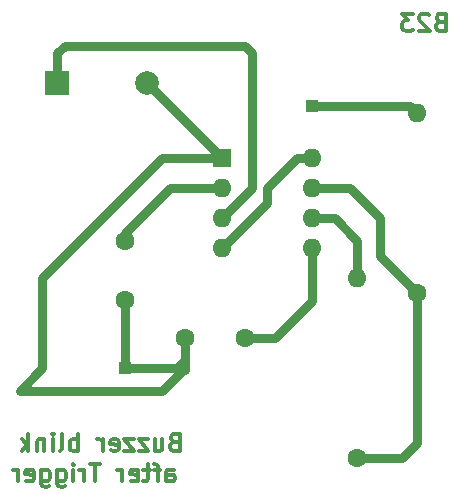
<source format=gbr>
G04 #@! TF.FileFunction,Copper,L2,Bot,Signal*
%FSLAX46Y46*%
G04 Gerber Fmt 4.6, Leading zero omitted, Abs format (unit mm)*
G04 Created by KiCad (PCBNEW 4.0.7) date 04/04/19 20:33:01*
%MOMM*%
%LPD*%
G01*
G04 APERTURE LIST*
%ADD10C,0.100000*%
%ADD11C,0.300000*%
%ADD12R,1.000000X1.000000*%
%ADD13R,2.000000X2.000000*%
%ADD14C,2.000000*%
%ADD15C,1.600000*%
%ADD16O,1.600000X1.600000*%
%ADD17R,1.600000X1.600000*%
%ADD18C,0.750000*%
G04 APERTURE END LIST*
D10*
D11*
X142640000Y-102757857D02*
X142425714Y-102829286D01*
X142354286Y-102900714D01*
X142282857Y-103043571D01*
X142282857Y-103257857D01*
X142354286Y-103400714D01*
X142425714Y-103472143D01*
X142568572Y-103543571D01*
X143140000Y-103543571D01*
X143140000Y-102043571D01*
X142640000Y-102043571D01*
X142497143Y-102115000D01*
X142425714Y-102186429D01*
X142354286Y-102329286D01*
X142354286Y-102472143D01*
X142425714Y-102615000D01*
X142497143Y-102686429D01*
X142640000Y-102757857D01*
X143140000Y-102757857D01*
X140997143Y-102543571D02*
X140997143Y-103543571D01*
X141640000Y-102543571D02*
X141640000Y-103329286D01*
X141568572Y-103472143D01*
X141425714Y-103543571D01*
X141211429Y-103543571D01*
X141068572Y-103472143D01*
X140997143Y-103400714D01*
X140425714Y-102543571D02*
X139640000Y-102543571D01*
X140425714Y-103543571D01*
X139640000Y-103543571D01*
X139211428Y-102543571D02*
X138425714Y-102543571D01*
X139211428Y-103543571D01*
X138425714Y-103543571D01*
X137282857Y-103472143D02*
X137425714Y-103543571D01*
X137711428Y-103543571D01*
X137854285Y-103472143D01*
X137925714Y-103329286D01*
X137925714Y-102757857D01*
X137854285Y-102615000D01*
X137711428Y-102543571D01*
X137425714Y-102543571D01*
X137282857Y-102615000D01*
X137211428Y-102757857D01*
X137211428Y-102900714D01*
X137925714Y-103043571D01*
X136568571Y-103543571D02*
X136568571Y-102543571D01*
X136568571Y-102829286D02*
X136497143Y-102686429D01*
X136425714Y-102615000D01*
X136282857Y-102543571D01*
X136140000Y-102543571D01*
X134497143Y-103543571D02*
X134497143Y-102043571D01*
X134497143Y-102615000D02*
X134354286Y-102543571D01*
X134068572Y-102543571D01*
X133925715Y-102615000D01*
X133854286Y-102686429D01*
X133782857Y-102829286D01*
X133782857Y-103257857D01*
X133854286Y-103400714D01*
X133925715Y-103472143D01*
X134068572Y-103543571D01*
X134354286Y-103543571D01*
X134497143Y-103472143D01*
X132925714Y-103543571D02*
X133068572Y-103472143D01*
X133140000Y-103329286D01*
X133140000Y-102043571D01*
X132354286Y-103543571D02*
X132354286Y-102543571D01*
X132354286Y-102043571D02*
X132425715Y-102115000D01*
X132354286Y-102186429D01*
X132282858Y-102115000D01*
X132354286Y-102043571D01*
X132354286Y-102186429D01*
X131640000Y-102543571D02*
X131640000Y-103543571D01*
X131640000Y-102686429D02*
X131568572Y-102615000D01*
X131425714Y-102543571D01*
X131211429Y-102543571D01*
X131068572Y-102615000D01*
X130997143Y-102757857D01*
X130997143Y-103543571D01*
X130282857Y-103543571D02*
X130282857Y-102043571D01*
X130140000Y-102972143D02*
X129711429Y-103543571D01*
X129711429Y-102543571D02*
X130282857Y-103115000D01*
X141961428Y-106093571D02*
X141961428Y-105307857D01*
X142032857Y-105165000D01*
X142175714Y-105093571D01*
X142461428Y-105093571D01*
X142604285Y-105165000D01*
X141961428Y-106022143D02*
X142104285Y-106093571D01*
X142461428Y-106093571D01*
X142604285Y-106022143D01*
X142675714Y-105879286D01*
X142675714Y-105736429D01*
X142604285Y-105593571D01*
X142461428Y-105522143D01*
X142104285Y-105522143D01*
X141961428Y-105450714D01*
X141461428Y-105093571D02*
X140889999Y-105093571D01*
X141247142Y-106093571D02*
X141247142Y-104807857D01*
X141175714Y-104665000D01*
X141032856Y-104593571D01*
X140889999Y-104593571D01*
X140604285Y-105093571D02*
X140032856Y-105093571D01*
X140389999Y-104593571D02*
X140389999Y-105879286D01*
X140318571Y-106022143D01*
X140175713Y-106093571D01*
X140032856Y-106093571D01*
X138961428Y-106022143D02*
X139104285Y-106093571D01*
X139389999Y-106093571D01*
X139532856Y-106022143D01*
X139604285Y-105879286D01*
X139604285Y-105307857D01*
X139532856Y-105165000D01*
X139389999Y-105093571D01*
X139104285Y-105093571D01*
X138961428Y-105165000D01*
X138889999Y-105307857D01*
X138889999Y-105450714D01*
X139604285Y-105593571D01*
X138247142Y-106093571D02*
X138247142Y-105093571D01*
X138247142Y-105379286D02*
X138175714Y-105236429D01*
X138104285Y-105165000D01*
X137961428Y-105093571D01*
X137818571Y-105093571D01*
X136390000Y-104593571D02*
X135532857Y-104593571D01*
X135961428Y-106093571D02*
X135961428Y-104593571D01*
X135032857Y-106093571D02*
X135032857Y-105093571D01*
X135032857Y-105379286D02*
X134961429Y-105236429D01*
X134890000Y-105165000D01*
X134747143Y-105093571D01*
X134604286Y-105093571D01*
X134104286Y-106093571D02*
X134104286Y-105093571D01*
X134104286Y-104593571D02*
X134175715Y-104665000D01*
X134104286Y-104736429D01*
X134032858Y-104665000D01*
X134104286Y-104593571D01*
X134104286Y-104736429D01*
X132747143Y-105093571D02*
X132747143Y-106307857D01*
X132818572Y-106450714D01*
X132890000Y-106522143D01*
X133032857Y-106593571D01*
X133247143Y-106593571D01*
X133390000Y-106522143D01*
X132747143Y-106022143D02*
X132890000Y-106093571D01*
X133175714Y-106093571D01*
X133318572Y-106022143D01*
X133390000Y-105950714D01*
X133461429Y-105807857D01*
X133461429Y-105379286D01*
X133390000Y-105236429D01*
X133318572Y-105165000D01*
X133175714Y-105093571D01*
X132890000Y-105093571D01*
X132747143Y-105165000D01*
X131390000Y-105093571D02*
X131390000Y-106307857D01*
X131461429Y-106450714D01*
X131532857Y-106522143D01*
X131675714Y-106593571D01*
X131890000Y-106593571D01*
X132032857Y-106522143D01*
X131390000Y-106022143D02*
X131532857Y-106093571D01*
X131818571Y-106093571D01*
X131961429Y-106022143D01*
X132032857Y-105950714D01*
X132104286Y-105807857D01*
X132104286Y-105379286D01*
X132032857Y-105236429D01*
X131961429Y-105165000D01*
X131818571Y-105093571D01*
X131532857Y-105093571D01*
X131390000Y-105165000D01*
X130104286Y-106022143D02*
X130247143Y-106093571D01*
X130532857Y-106093571D01*
X130675714Y-106022143D01*
X130747143Y-105879286D01*
X130747143Y-105307857D01*
X130675714Y-105165000D01*
X130532857Y-105093571D01*
X130247143Y-105093571D01*
X130104286Y-105165000D01*
X130032857Y-105307857D01*
X130032857Y-105450714D01*
X130747143Y-105593571D01*
X129390000Y-106093571D02*
X129390000Y-105093571D01*
X129390000Y-105379286D02*
X129318572Y-105236429D01*
X129247143Y-105165000D01*
X129104286Y-105093571D01*
X128961429Y-105093571D01*
X165151428Y-67202857D02*
X164937142Y-67274286D01*
X164865714Y-67345714D01*
X164794285Y-67488571D01*
X164794285Y-67702857D01*
X164865714Y-67845714D01*
X164937142Y-67917143D01*
X165080000Y-67988571D01*
X165651428Y-67988571D01*
X165651428Y-66488571D01*
X165151428Y-66488571D01*
X165008571Y-66560000D01*
X164937142Y-66631429D01*
X164865714Y-66774286D01*
X164865714Y-66917143D01*
X164937142Y-67060000D01*
X165008571Y-67131429D01*
X165151428Y-67202857D01*
X165651428Y-67202857D01*
X164222857Y-66631429D02*
X164151428Y-66560000D01*
X164008571Y-66488571D01*
X163651428Y-66488571D01*
X163508571Y-66560000D01*
X163437142Y-66631429D01*
X163365714Y-66774286D01*
X163365714Y-66917143D01*
X163437142Y-67131429D01*
X164294285Y-67988571D01*
X163365714Y-67988571D01*
X162865714Y-66488571D02*
X161937143Y-66488571D01*
X162437143Y-67060000D01*
X162222857Y-67060000D01*
X162080000Y-67131429D01*
X162008571Y-67202857D01*
X161937143Y-67345714D01*
X161937143Y-67702857D01*
X162008571Y-67845714D01*
X162080000Y-67917143D01*
X162222857Y-67988571D01*
X162651429Y-67988571D01*
X162794286Y-67917143D01*
X162865714Y-67845714D01*
D12*
X154305000Y-74295000D03*
X138430000Y-96520000D03*
D13*
X132715000Y-72390000D03*
D14*
X140315000Y-72390000D03*
D15*
X138430000Y-85725000D03*
X138430000Y-90725000D03*
X148590000Y-93980000D03*
X143590000Y-93980000D03*
X163195000Y-90170000D03*
D16*
X163195000Y-74930000D03*
D15*
X158115000Y-104140000D03*
D16*
X158115000Y-88900000D03*
D17*
X146685000Y-78740000D03*
D16*
X154305000Y-86360000D03*
X146685000Y-81280000D03*
X154305000Y-83820000D03*
X146685000Y-83820000D03*
X154305000Y-81280000D03*
X146685000Y-86360000D03*
X154305000Y-78740000D03*
D18*
X154305000Y-78740000D02*
X153035000Y-78740000D01*
X150495000Y-82550000D02*
X146685000Y-86360000D01*
X150495000Y-81280000D02*
X150495000Y-82550000D01*
X153035000Y-78740000D02*
X150495000Y-81280000D01*
X154305000Y-74295000D02*
X162560000Y-74295000D01*
X162560000Y-74295000D02*
X163195000Y-74930000D01*
X143590000Y-93980000D02*
X143590000Y-96600000D01*
X141605000Y-78740000D02*
X146685000Y-78740000D01*
X131445000Y-88900000D02*
X141605000Y-78740000D01*
X131445000Y-96520000D02*
X131445000Y-88900000D01*
X129540000Y-98425000D02*
X131445000Y-96520000D01*
X141605000Y-98425000D02*
X129540000Y-98425000D01*
X143350000Y-96680000D02*
X141605000Y-98425000D01*
X143510000Y-96680000D02*
X143350000Y-96680000D01*
X143590000Y-96600000D02*
X143510000Y-96680000D01*
X146685000Y-78740000D02*
X146665000Y-78740000D01*
X146665000Y-78740000D02*
X140315000Y-72390000D01*
X143590000Y-93980000D02*
X143590000Y-95805000D01*
X142875000Y-96520000D02*
X138430000Y-96520000D01*
X143590000Y-95805000D02*
X142875000Y-96520000D01*
X138430000Y-96520000D02*
X138430000Y-90725000D01*
X132715000Y-72390000D02*
X132715000Y-69850000D01*
X149225000Y-81280000D02*
X146685000Y-83820000D01*
X149225000Y-69850000D02*
X149225000Y-81280000D01*
X148590000Y-69215000D02*
X149225000Y-69850000D01*
X133350000Y-69215000D02*
X148590000Y-69215000D01*
X132715000Y-69850000D02*
X133350000Y-69215000D01*
X138430000Y-85725000D02*
X138430000Y-85090000D01*
X138430000Y-85090000D02*
X142240000Y-81280000D01*
X142240000Y-81280000D02*
X146685000Y-81280000D01*
X154305000Y-83820000D02*
X156210000Y-83820000D01*
X156210000Y-83820000D02*
X158115000Y-85725000D01*
X158115000Y-85725000D02*
X158115000Y-88900000D01*
X154305000Y-86360000D02*
X154305000Y-90805000D01*
X151130000Y-93980000D02*
X148590000Y-93980000D01*
X154305000Y-90805000D02*
X151130000Y-93980000D01*
X163195000Y-90170000D02*
X163195000Y-102870000D01*
X161925000Y-104140000D02*
X158115000Y-104140000D01*
X163195000Y-102870000D02*
X161925000Y-104140000D01*
X154305000Y-81280000D02*
X157480000Y-81280000D01*
X160020000Y-86995000D02*
X163195000Y-90170000D01*
X160020000Y-83820000D02*
X160020000Y-86995000D01*
X157480000Y-81280000D02*
X160020000Y-83820000D01*
M02*

</source>
